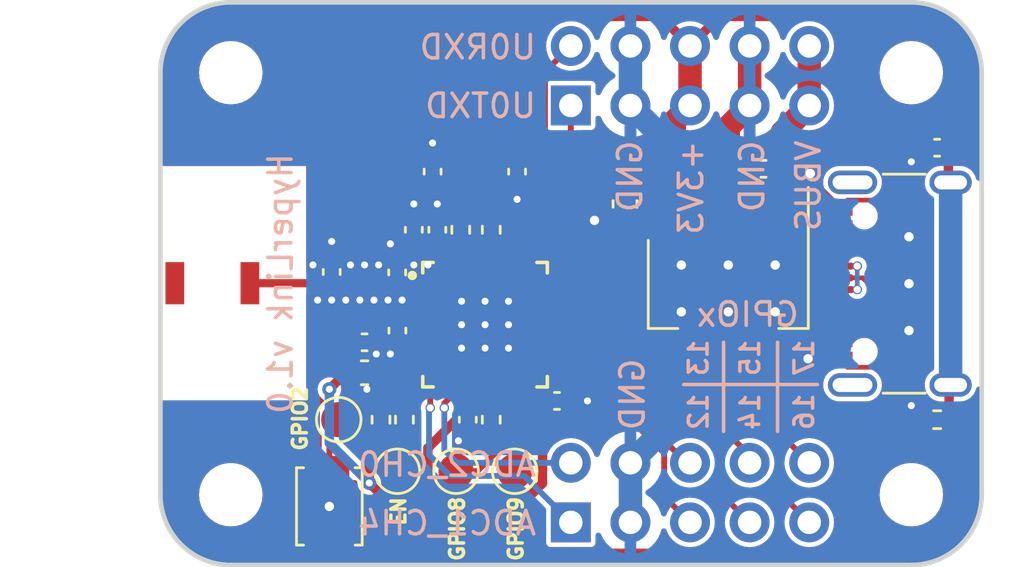
<source format=kicad_pcb>
(kicad_pcb (version 20221018) (generator pcbnew)
  (layers (0 "F.Cu" signal) (31 "B.Cu" signal) (34 "B.Paste" user) (35 "F.Paste" user) (36 "B.SilkS" user "B.Silkscreen") (37 "F.SilkS" user "F.Silkscreen") (38 "B.Mask" user) (39 "F.Mask" user) (44 "Edge.Cuts" user))
  (net 0 "")
  (net 1 "+3V3")
  (net 6 "VBUS")
  (net 7 "GND")
  (net 13 "/USB_D-")
  (net 14 "/USB_D+")
  (net 16 "/GPIO9")
  (net 17 "/GPIO2")
  (net 19 "/EN")
  (net 20 "/RF")
  (net 21 "/ANT")
  (net 22 "/SHIELD")
  (net 23 "/GPIO8")
  (net 24 "/XTAL_P")
  (net 25 "/XTAL_N")
  (net 26 "/XTAL_P_RES")
  (net 27 "/VDD3P3")
  (net 28 "/U0RXD")
  (net 29 "/U0TXD")
  (net 30 "/GPIO12")
  (net 31 "/GPIO13")
  (net 32 "/GPIO14")
  (net 33 "/GPIO15")
  (net 34 "/GPIO16")
  (net 35 "/GPIO17")
  (net 36 "/ADC1_CH4")
  (net 37 "/ADC2_CH0")
  (net 38 "/U0TXD_RES")
  (footprint "TestPoint:TestPoint_Pad_D1.5mm" (layer "F.Cu") (at 126.6 87.8)
    (fp_text reference "TP4" hide)
    (fp_text value "GPIO2" hide)
    (pad "1" smd circle (at 0 0) (size 1.5 1.5) (layers "F.Cu" "F.Mask") (net 17 "/GPIO2"))
  )
  (footprint "MountingHole:MountingHole_2.2mm_M2" (layer "F.Cu") (at 122 73)
    (fp_text reference "H3" hide)
    (fp_text value "MountingHole" hide)
    (pad "" np_thru_hole circle locked (at 0 0) (size 2.2 2.2) (drill 2.2) (layers "*.Cu" "*.Mask"))
  )
  (footprint "Resistor_SMD:R_0402_1005Metric" (layer "F.Cu") (at 129.4 87.8 90)
    (fp_text reference "R4" hide)
    (fp_text value "10k" hide)
    (pad "1" smd roundrect (at -0.51 0 90) (size 0.54 0.64) (layers "F.Cu" "F.Paste" "F.Mask") (net 1 "+3V3"))
    (pad "2" smd roundrect (at 0.51 0 90) (size 0.54 0.64) (layers "F.Cu" "F.Paste" "F.Mask") (net 19 "/EN"))
  )
  (footprint "Capacitor_SMD:C_0402_1005Metric" (layer "F.Cu") (at 135.9 87)
    (fp_text reference "C2" hide)
    (fp_text value "100n" hide)
    (pad "1" smd roundrect (at -0.48 0) (size 0.56 0.62) (layers "F.Cu" "F.Paste" "F.Mask") (net 1 "+3V3"))
    (pad "2" smd roundrect (at 0.48 0) (size 0.56 0.62) (layers "F.Cu" "F.Paste" "F.Mask") (net 7 "GND"))
  )
  (footprint "MountingHole:MountingHole_2.2mm_M2" (layer "F.Cu") (at 151 73)
    (fp_text reference "H2" hide)
    (fp_text value "MountingHole" hide)
    (pad "" np_thru_hole circle locked (at 0 0) (size 2.2 2.2) (drill 2.2) (layers "*.Cu" "*.Mask"))
  )
  (footprint "Capacitor_SMD:C_0402_1005Metric" (layer "F.Cu") (at 130.6 77.22 90)
    (fp_text reference "C5" hide)
    (fp_text value "12pF" hide)
    (pad "1" smd roundrect (at -0.48 0 90) (size 0.56 0.62) (layers "F.Cu" "F.Paste" "F.Mask") (net 24 "/XTAL_P"))
    (pad "2" smd roundrect (at 0.48 0 90) (size 0.56 0.62) (layers "F.Cu" "F.Paste" "F.Mask") (net 7 "GND"))
  )
  (footprint "TestPoint:TestPoint_Pad_D1.5mm" (layer "F.Cu") (at 134.1 90)
    (fp_text reference "TP2" hide)
    (fp_text value "GPIO9" hide)
    (pad "1" smd circle (at 0 0) (size 1.5 1.5) (layers "F.Cu" "F.Mask") (net 16 "/GPIO9"))
  )
  (footprint "Capacitor_SMD:C_0603_1608Metric" (layer "F.Cu") (at 127.7 85.8)
    (fp_text reference "C18" hide)
    (fp_text value "10u" hide)
    (pad "1" smd roundrect (at -0.775 0) (size 0.9 0.95) (layers "F.Cu" "F.Paste" "F.Mask") (net 1 "+3V3"))
    (pad "2" smd roundrect (at 0.775 0) (size 0.9 0.95) (layers "F.Cu" "F.Paste" "F.Mask") (net 7 "GND"))
  )
  (footprint "Capacitor_SMD:C_0402_1005Metric" (layer "F.Cu") (at 126.3 81.5 90)
    (fp_text reference "C14" hide)
    (fp_text value "C" hide)
    (pad "1" smd roundrect (at -0.48 0 90) (size 0.56 0.62) (layers "F.Cu" "F.Paste" "F.Mask") (net 20 "/RF"))
    (pad "2" smd roundrect (at 0.48 0 90) (size 0.56 0.62) (layers "F.Cu" "F.Paste" "F.Mask") (net 7 "GND"))
  )
  (footprint "Capacitor_SMD:C_0402_1005Metric" (layer "F.Cu") (at 130.8 79.7 90)
    (fp_text reference "C4" hide)
    (fp_text value "1u" hide)
    (pad "1" smd roundrect (at -0.48 0 90) (size 0.56 0.62) (layers "F.Cu" "F.Paste" "F.Mask") (net 1 "+3V3"))
    (pad "2" smd roundrect (at 0.48 0 90) (size 0.56 0.62) (layers "F.Cu" "F.Paste" "F.Mask") (net 7 "GND"))
  )
  (footprint "Capacitor_SMD:C_0402_1005Metric" (layer "F.Cu") (at 129.09 81.52 90)
    (fp_text reference "C1" hide)
    (fp_text value "C" hide)
    (pad "1" smd roundrect (at -0.48 0 90) (size 0.56 0.62) (layers "F.Cu" "F.Paste" "F.Mask") (net 21 "/ANT"))
    (pad "2" smd roundrect (at 0.48 0 90) (size 0.56 0.62) (layers "F.Cu" "F.Paste" "F.Mask") (net 7 "GND"))
  )
  (footprint "Inductor_SMD:L_0402_1005Metric" (layer "F.Cu") (at 127.7 81.95)
    (fp_text reference "L1" hide)
    (fp_text value "L" hide)
    (pad "1" smd roundrect (at -0.485 0) (size 0.59 0.64) (layers "F.Cu" "F.Paste" "F.Mask") (net 20 "/RF"))
    (pad "2" smd roundrect (at 0.485 0) (size 0.59 0.64) (layers "F.Cu" "F.Paste" "F.Mask") (net 21 "/ANT"))
  )
  (footprint "Capacitor_SMD:C_0402_1005Metric" (layer "F.Cu") (at 134.2 77.22 -90)
    (fp_text reference "C6" hide)
    (fp_text value "12pF" hide)
    (pad "1" smd roundrect (at -0.48 0 270) (size 0.56 0.62) (layers "F.Cu" "F.Paste" "F.Mask") (net 25 "/XTAL_N"))
    (pad "2" smd roundrect (at 0.48 0 270) (size 0.56 0.62) (layers "F.Cu" "F.Paste" "F.Mask") (net 7 "GND"))
  )
  (footprint "Inductor_SMD:L_0402_1005Metric" (layer "F.Cu") (at 127.7 83.5)
    (fp_text reference "L2" hide)
    (fp_text value "2n" hide)
    (pad "1" smd roundrect (at -0.485 0) (size 0.59 0.64) (layers "F.Cu" "F.Paste" "F.Mask") (net 1 "+3V3"))
    (pad "2" smd roundrect (at 0.485 0) (size 0.59 0.64) (layers "F.Cu" "F.Paste" "F.Mask") (net 27 "/VDD3P3"))
  )
  (footprint "TestPoint:TestPoint_Pad_D1.5mm" (layer "F.Cu") (at 131.6 90)
    (fp_text reference "TP3" hide)
    (fp_text value "GPIO8" hide)
    (pad "1" smd circle (at 0 0) (size 1.5 1.5) (layers "F.Cu" "F.Mask") (net 23 "/GPIO8"))
  )
  (footprint "Connector_USB:USB_C_Receptacle_GCT_USB4105-xx-A_16P_TopMnt_Horizontal" (layer "F.Cu") (at 151.6 82 90)
    (fp_text reference "J1" hide)
    (fp_text value "USB_C_Receptacle_USB2.0" hide)
    (pad "" np_thru_hole circle locked (at -2.89 -2.605 90) (size 0.65 0.65) (drill 0.65) (layers "F&B.Cu" "*.Mask"))
    (pad "" np_thru_hole circle locked (at 2.89 -2.605 90) (size 0.65 0.65) (drill 0.65) (layers "F&B.Cu" "*.Mask"))
    (pad "A1" smd rect locked (at -3.2 -3.68 90) (size 0.6 1.15) (layers "F.Cu" "F.Paste" "F.Mask") (net 7 "GND"))
    (pad "A4" smd rect locked (at -2.4 -3.68 90) (size 0.6 1.15) (layers "F.Cu" "F.Paste" "F.Mask") (net 6 "VBUS"))
    (pad "A5" smd rect locked (at -1.25 -3.68 90) (size 0.3 1.15) (layers "F.Cu" "F.Paste" "F.Mask"))
    (pad "A6" smd rect locked (at -0.25 -3.68 90) (size 0.3 1.15) (layers "F.Cu" "F.Paste" "F.Mask") (net 13 "/USB_D-"))
    (pad "A7" smd rect locked (at 0.25 -3.68 90) (size 0.3 1.15) (layers "F.Cu" "F.Paste" "F.Mask") (net 14 "/USB_D+"))
    (pad "A8" smd rect locked (at 1.25 -3.68 90) (size 0.3 1.15) (layers "F.Cu" "F.Paste" "F.Mask"))
    (pad "A9" smd rect locked (at 2.4 -3.68 90) (size 0.6 1.15) (layers "F.Cu" "F.Paste" "F.Mask") (net 6 "VBUS"))
    (pad "A12" smd rect locked (at 3.2 -3.68 90) (size 0.6 1.15) (layers "F.Cu" "F.Paste" "F.Mask") (net 7 "GND"))
    (pad "B1" smd rect locked (at 3.2 -3.68 90) (size 0.6 1.15) (layers "F.Cu" "F.Paste" "F.Mask") (net 7 "GND"))
    (pad "B4" smd rect locked (at 2.4 -3.68 90) (size 0.6 1.15) (layers "F.Cu" "F.Paste" "F.Mask") (net 6 "VBUS"))
    (pad "B5" smd rect locked (at 1.75 -3.68 90) (size 0.3 1.15) (layers "F.Cu" "F.Paste" "F.Mask"))
    (pad "B6" smd rect locked (at 0.75 -3.68 90) (size 0.3 1.15) (layers "F.Cu" "F.Paste" "F.Mask") (net 13 "/USB_D-"))
    (pad "B7" smd rect locked (at -0.75 -3.68 90) (size 0.3 1.15) (layers "F.Cu" "F.Paste" "F.Mask") (net 14 "/USB_D+"))
    (pad "B8" smd rect locked (at -1.75 -3.68 90) (size 0.3 1.15) (layers "F.Cu" "F.Paste" "F.Mask"))
    (pad "B9" smd rect locked (at -2.4 -3.68 90) (size 0.6 1.15) (layers "F.Cu" "F.Paste" "F.Mask") (net 6 "VBUS"))
    (pad "B12" smd rect locked (at -3.2 -3.68 90) (size 0.6 1.15) (layers "F.Cu" "F.Paste" "F.Mask") (net 7 "GND"))
    (pad "S1" thru_hole oval locked (at -4.32 -3.105 90) (size 1 2.1) (drill oval 0.6 1.7) (layers "*.Cu" "*.Mask" "F.Paste") (net 22 "/SHIELD"))
    (pad "S1" thru_hole oval locked (at -4.32 1.075 90) (size 1 1.8) (drill oval 0.6 1.4) (layers "*.Cu" "*.Mask" "F.Paste") (net 22 "/SHIELD"))
    (pad "S1" thru_hole oval locked (at 4.32 -3.105 90) (size 1 2.1) (drill oval 0.6 1.7) (layers "*.Cu" "*.Mask" "F.Paste") (net 22 "/SHIELD"))
    (pad "S1" thru_hole oval locked (at 4.32 1.075 90) (size 1 1.8) (drill oval 0.6 1.4) (layers "*.Cu" "*.Mask" "F.Paste") (net 22 "/SHIELD"))
  )
  (footprint "Capacitor_SMD:C_0402_1005Metric" (layer "F.Cu") (at 129.1 84 -90)
    (fp_text reference "C15" hide)
    (fp_text value "100n" hide)
    (pad "1" smd roundrect (at -0.48 0 270) (size 0.56 0.62) (layers "F.Cu" "F.Paste" "F.Mask") (net 27 "/VDD3P3"))
    (pad "2" smd roundrect (at 0.48 0 270) (size 0.56 0.62) (layers "F.Cu" "F.Paste" "F.Mask") (net 7 "GND"))
  )
  (footprint "Capacitor_SMD:C_0402_1005Metric" (layer "F.Cu") (at 152.1 76.2 180)
    (fp_text reference "C11" hide)
    (fp_text value "C" hide)
    (pad "1" smd roundrect (at -0.48 0 180) (size 0.56 0.62) (layers "F.Cu" "F.Paste" "F.Mask") (net 22 "/SHIELD"))
    (pad "2" smd roundrect (at 0.48 0 180) (size 0.56 0.62) (layers "F.Cu" "F.Paste" "F.Mask") (net 7 "GND"))
  )
  (footprint "MountingHole:MountingHole_2.2mm_M2" (layer "F.Cu") (at 151 91)
    (fp_text reference "H1" hide)
    (fp_text value "MountingHole" hide)
    (pad "" np_thru_hole circle locked (at 0 0) (size 2.2 2.2) (drill 2.2) (layers "*.Cu" "*.Mask"))
  )
  (footprint "Connector_PinHeader_2.54mm:PinHeader_2x05_P2.54mm_Vertical" (layer "F.Cu") (at 136.49 92.18 90)
    (fp_text reference "J2" hide)
    (fp_text value "Conn_02x05_Odd_Even" hide)
    (pad "1" thru_hole rect locked (at 0 0 90) (size 1.7 1.7) (drill 1) (layers "*.Cu" "*.Mask") (net 36 "/ADC1_CH4"))
    (pad "2" thru_hole oval locked (at 2.54 0 90) (size 1.7 1.7) (drill 1) (layers "*.Cu" "*.Mask") (net 37 "/ADC2_CH0"))
    (pad "3" thru_hole oval locked (at 0 2.54 90) (size 1.7 1.7) (drill 1) (layers "*.Cu" "*.Mask") (net 7 "GND"))
    (pad "4" thru_hole oval locked (at 2.54 2.54 90) (size 1.7 1.7) (drill 1) (layers "*.Cu" "*.Mask") (net 7 "GND"))
    (pad "5" thru_hole oval locked (at 0 5.08 90) (size 1.7 1.7) (drill 1) (layers "*.Cu" "*.Mask") (net 30 "/GPIO12"))
    (pad "6" thru_hole oval locked (at 2.54 5.08 90) (size 1.7 1.7) (drill 1) (layers "*.Cu" "*.Mask") (net 31 "/GPIO13"))
    (pad "7" thru_hole oval locked (at 0 7.62 90) (size 1.7 1.7) (drill 1) (layers "*.Cu" "*.Mask") (net 32 "/GPIO14"))
    (pad "8" thru_hole oval locked (at 2.54 7.62 90) (size 1.7 1.7) (drill 1) (layers "*.Cu" "*.Mask") (net 33 "/GPIO15"))
    (pad "9" thru_hole oval locked (at 0 10.16 90) (size 1.7 1.7) (drill 1) (layers "*.Cu" "*.Mask") (net 34 "/GPIO16"))
    (pad "10" thru_hole oval locked (at 2.54 10.16 90) (size 1.7 1.7) (drill 1) (layers "*.Cu" "*.Mask") (net 35 "/GPIO17"))
  )
  (footprint "Connector_PinHeader_2.54mm:PinHeader_2x05_P2.54mm_Vertical" (layer "F.Cu") (at 136.49 74.4 90)
    (fp_text reference "J3" hide)
    (fp_text value "Conn_02x05_Odd_Even" hide)
    (pad "1" thru_hole rect locked (at 0 0 90) (size 1.7 1.7) (drill 1) (layers "*.Cu" "*.Mask") (net 28 "/U0RXD"))
    (pad "2" thru_hole oval locked (at 2.54 0 90) (size 1.7 1.7) (drill 1) (layers "*.Cu" "*.Mask") (net 29 "/U0TXD"))
    (pad "3" thru_hole oval locked (at 0 2.54 90) (size 1.7 1.7) (drill 1) (layers "*.Cu" "*.Mask") (net 7 "GND"))
    (pad "4" thru_hole oval locked (at 2.54 2.54 90) (size 1.7 1.7) (drill 1) (layers "*.Cu" "*.Mask") (net 7 "GND"))
    (pad "5" thru_hole oval locked (at 0 5.08 90) (size 1.7 1.7) (drill 1) (layers "*.Cu" "*.Mask") (net 1 "+3V3"))
    (pad "6" thru_hole oval locked (at 2.54 5.08 90) (size 1.7 1.7) (drill 1) (layers "*.Cu" "*.Mask") (net 1 "+3V3"))
    (pad "7" thru_hole oval locked (at 0 7.62 90) (size 1.7 1.7) (drill 1) (layers "*.Cu" "*.Mask") (net 7 "GND"))
    (pad "8" thru_hole oval locked (at 2.54 7.62 90) (size 1.7 1.7) (drill 1) (layers "*.Cu" "*.Mask") (net 7 "GND"))
    (pad "9" thru_hole oval locked (at 0 10.16 90) (size 1.7 1.7) (drill 1) (layers "*.Cu" "*.Mask") (net 6 "VBUS"))
    (pad "10" thru_hole oval locked (at 2.54 10.16 90) (size 1.7 1.7) (drill 1) (layers "*.Cu" "*.Mask") (net 6 "VBUS"))
  )
  (footprint "Capacitor_SMD:C_0402_1005Metric" (layer "F.Cu") (at 129.8 79.7 90)
    (fp_text reference "C3" hide)
    (fp_text value "10n" hide)
    (pad "1" smd roundrect (at -0.48 0 90) (size 0.56 0.62) (layers "F.Cu" "F.Paste" "F.Mask") (net 1 "+3V3"))
    (pad "2" smd roundrect (at 0.48 0 90) (size 0.56 0.62) (layers "F.Cu" "F.Paste" "F.Mask") (net 7 "GND"))
  )
  (footprint "Resistor_SMD:R_0402_1005Metric" (layer "F.Cu") (at 133.1 87.8 90)
    (fp_text reference "R2" hide)
    (fp_text value "10k" hide)
    (pad "1" smd roundrect (at -0.51 0 90) (size 0.54 0.64) (layers "F.Cu" "F.Paste" "F.Mask") (net 1 "+3V3"))
    (pad "2" smd roundrect (at 0.51 0 90) (size 0.54 0.64) (layers "F.Cu" "F.Paste" "F.Mask") (net 23 "/GPIO8"))
  )
  (footprint "Capacitor_SMD:C_0402_1005Metric" (layer "F.Cu") (at 144.7 77.1 180)
    (fp_text reference "C12" hide)
    (fp_text value "100n" hide)
    (pad "1" smd roundrect (at -0.48 0 180) (size 0.56 0.62) (layers "F.Cu" "F.Paste" "F.Mask") (net 6 "VBUS"))
    (pad "2" smd roundrect (at 0.48 0 180) (size 0.56 0.62) (layers "F.Cu" "F.Paste" "F.Mask") (net 7 "GND"))
  )
  (footprint "Resistor_SMD:R_0402_1005Metric" (layer "F.Cu") (at 128.4 87.8 90)
    (fp_text reference "R3" hide)
    (fp_text value "10k" hide)
    (pad "1" smd roundrect (at -0.51 0 90) (size 0.54 0.64) (layers "F.Cu" "F.Paste" "F.Mask") (net 1 "+3V3"))
    (pad "2" smd roundrect (at 0.51 0 90) (size 0.54 0.64) (layers "F.Cu" "F.Paste" "F.Mask") (net 17 "/GPIO2"))
  )
  (footprint "Resistor_SMD:R_0402_1005Metric" (layer "F.Cu") (at 131.8 79.7 -90)
    (fp_text reference "R6" hide)
    (fp_text value "0R" hide)
    (pad "1" smd roundrect (at -0.51 0 270) (size 0.54 0.64) (layers "F.Cu" "F.Paste" "F.Mask") (net 24 "/XTAL_P"))
    (pad "2" smd roundrect (at 0.51 0 270) (size 0.54 0.64) (layers "F.Cu" "F.Paste" "F.Mask") (net 26 "/XTAL_P_RES"))
  )
  (footprint "encyclopedia_galactica:ABM11W-30.0000MHZ-7-D1X-T3" (layer "F.Cu") (at 132.400001 77.4 180)
    (fp_text reference "Y1" hide)
    (fp_text value "ABM11W-40.0000MHZ-8-B1U-T3" hide)
    (pad "1" smd rect (at -0.637 -0.487 270) (size 0.775 0.875) (layers "F.Cu" "F.Paste" "F.Mask") (net 7 "GND"))
    (pad "2" smd rect (at 0.637 -0.487 270) (size 0.775 0.875) (layers "F.Cu" "F.Paste" "F.Mask") (net 24 "/XTAL_P"))
    (pad "3" smd rect (at -0.637 0.487 270) (size 0.775 0.875) (layers "F.Cu" "F.Paste" "F.Mask") (net 25 "/XTAL_N"))
    (pad "4" smd rect (at 0.637 0.487 270) (size 0.775 0.875) (layers "F.Cu" "F.Paste" "F.Mask") (net 7 "GND"))
  )
  (footprint "Package_TO_SOT_SMD:SOT-223-3_TabPin2" (layer "F.Cu") (at 143.2 82 -90)
    (fp_text reference "U2" hide)
    (fp_text value "LM2937xMP" hide)
    (pad "1" smd rect locked (at -3.15 -2.3 270) (size 2 1.5) (layers "F.Cu" "F.Paste" "F.Mask") (net 6 "VBUS"))
    (pad "2" smd rect locked (at -3.15 0 270) (size 2 1.5) (layers "F.Cu" "F.Paste" "F.Mask") (net 7 "GND"))
    (pad "2" smd rect locked (at 3.15 0 270) (size 2 3.8) (layers "F.Cu" "F.Paste" "F.Mask") (net 7 "GND"))
    (pad "3" smd rect locked (at -3.15 2.3 270) (size 2 1.5) (layers "F.Cu" "F.Paste" "F.Mask") (net 1 "+3V3"))
  )
  (footprint "Capacitor_SMD:C_0402_1005Metric" (layer "F.Cu") (at 132.1 87.8 -90)
    (fp_text reference "C17" hide)
    (fp_text value "100n" hide)
    (pad "1" smd roundrect (at -0.48 0 270) (size 0.56 0.62) (layers "F.Cu" "F.Paste" "F.Mask") (net 1 "+3V3"))
    (pad "2" smd roundrect (at 0.48 0 270) (size 0.56 0.62) (layers "F.Cu" "F.Paste" "F.Mask") (net 7 "GND"))
  )
  (footprint "MountingHole:MountingHole_2.2mm_M2" (layer "F.Cu") (at 122 91)
    (fp_text reference "H4" hide)
    (fp_text value "MountingHole" hide)
    (pad "" np_thru_hole circle locked (at 0 0) (size 2.2 2.2) (drill 2.2) (layers "*.Cu" "*.Mask"))
  )
  (footprint "encyclopedia_galactica:QFN32_5X5_EXP" (layer "F.Cu") (at 132.834851 83.7487)
    (fp_text reference "U1" hide)
    (fp_text value "ESP32-C3" hide)
    (pad "1" smd rect locked (at -2.4487 -1.749999 90) (size 0.2548 0.757199) (layers "F.Cu" "F.Paste" "F.Mask") (net 21 "/ANT"))
    (pad "2" smd rect locked (at -2.4487 -1.25 90) (size 0.2548 0.757199) (layers "F.Cu" "F.Paste" "F.Mask") (net 27 "/VDD3P3"))
    (pad "3" smd rect locked (at -2.4487 -0.750001 90) (size 0.2548 0.757199) (layers "F.Cu" "F.Paste" "F.Mask") (net 27 "/VDD3P3"))
    (pad "4" smd rect locked (at -2.4487 -0.25 90) (size 0.2548 0.757199) (layers "F.Cu" "F.Paste" "F.Mask"))
    (pad "5" smd rect locked (at -2.4487 0.25 90) (size 0.2548 0.757199) (layers "F.Cu" "F.Paste" "F.Mask"))
    (pad "6" smd rect locked (at -2.4487 0.750001 90) (size 0.2548 0.757199) (layers "F.Cu" "F.Paste" "F.Mask") (net 17 "/GPIO2"))
    (pad "7" smd rect locked (at -2.4487 1.25 90) (size 0.2548 0.757199) (layers "F.Cu" "F.Paste" "F.Mask") (net 19 "/EN"))
    (pad "8" smd rect locked (at -2.4487 1.749999 90) (size 0.2548 0.757199) (layers "F.Cu" "F.Paste" "F.Mask"))
    (pad "9" smd rect locked (at -1.749999 2.4487) (size 0.2548 0.757199) (layers "F.Cu" "F.Paste" "F.Mask") (net 36 "/ADC1_CH4"))
    (pad "10" smd rect locked (at -1.25 2.4487) (size 0.2548 0.757199) (layers "F.Cu" "F.Paste" "F.Mask") (net 37 "/ADC2_CH0"))
    (pad "11" smd rect locked (at -0.750001 2.4487) (size 0.2548 0.757199) (layers "F.Cu" "F.Paste" "F.Mask") (net 1 "+3V3"))
    (pad "12" smd rect locked (at -0.25 2.4487) (size 0.2548 0.757199) (layers "F.Cu" "F.Paste" "F.Mask"))
    (pad "13" smd rect locked (at 0.25 2.4487) (size 0.2548 0.757199) (layers "F.Cu" "F.Paste" "F.Mask"))
    (pad "14" smd rect locked (at 0.750001 2.4487) (size 0.2548 0.757199) (layers "F.Cu" "F.Paste" "F.Mask") (net 23 "/GPIO8"))
    (pad "15" smd rect locked (at 1.25 2.4487) (size 0.2548 0.757199) (layers "F.Cu" "F.Paste" "F.Mask") (net 16 "/GPIO9"))
    (pad "16" smd rect locked (at 1.749999 2.4487) (size 0.2548 0.757199) (layers "F.Cu" "F.Paste" "F.Mask"))
    (pad "17" smd rect locked (at 2.4487 1.749999 90) (size 0.2548 0.757199) (layers "F.Cu" "F.Paste" "F.Mask") (net 1 "+3V3"))
    (pad "18" smd rect locked (at 2.4487 1.25 90) (size 0.2548 0.757199) (layers "F.Cu" "F.Paste" "F.Mask"))
    (pad "19" smd rect locked (at 2.4487 0.750001 90) (size 0.2548 0.757199) (layers "F.Cu" "F.Paste" "F.Mask") (net 30 "/GPIO12"))
    (pad "20" smd rect locked (at 2.4487 0.25 90) (size 0.2548 0.757199) (layers "F.Cu" "F.Paste" "F.Mask") (net 31 "/GPIO13"))
    (pad "21" smd rect locked (at 2.4487 -0.25 90) (size 0.2548 0.757199) (layers "F.Cu" "F.Paste" "F.Mask") (net 32 "/GPIO14"))
    (pad "22" smd rect locked (at 2.4487 -0.750001 90) (size 0.2548 0.757199) (layers "F.Cu" "F.Paste" "F.Mask") (net 33 "/GPIO15"))
    (pad "23" smd rect locked (at 2.4487 -1.25 90) (size 0.2548 0.757199) (layers "F.Cu" "F.Paste" "F.Mask") (net 34 "/GPIO16"))
    (pad "24" smd rect locked (at 2.4487 -1.749999 90) (size 0.2548 0.757199) (layers "F.Cu" "F.Paste" "F.Mask") (net 35 "/GPIO17"))
    (pad "25" smd rect locked (at 1.749999 -2.4487) (size 0.2548 0.757199) (layers "F.Cu" "F.Paste" "F.Mask") (net 13 "/USB_D-"))
    (pad "26" smd rect locked (at 1.25 -2.4487) (size 0.2548 0.757199) (layers "F.Cu" "F.Paste" "F.Mask") (net 14 "/USB_D+"))
    (pad "27" smd rect locked (at 0.750001 -2.4487) (size 0.2548 0.757199) (layers "F.Cu" "F.Paste" "F.Mask") (net 28 "/U0RXD"))
    (pad "28" smd rect locked (at 0.25 -2.4487) (size 0.2548 0.757199) (layers "F.Cu" "F.Paste" "F.Mask") (net 38 "/U0TXD_RES"))
    (pad "29" smd rect locked (at -0.25 -2.4487) (size 0.2548 0.757199) (layers "F.Cu" "F.Paste" "F.Mask") (net 25 "/XTAL_N"))
    (pad "30" smd rect locked (at -0.750001 -2.4487) (size 0.2548 0.757199) (layers "F.Cu" "F.Paste" "F.Mask") (net 26 "/XTAL_P_RES"))
    (pad "31" smd rect locked (at -1.25 -2.4487) (size 0.2548 0.757199) (layers "F.Cu" "F.Paste" "F.Mask") (net 1 "+3V3"))
    (pad "32" smd rect locked (at -1.749999 -2.4487) (size 0.2548 0.757199) (layers "F.Cu" "F.Paste" "F.Mask") (net 1 "+3V3"))
    (pad "33" smd rect locked (at 0 0) (size 3.7592 3.7592) (layers "F.Cu" "F.Mask") (net 7 "GND"))
  )
  (footprint "Capacitor_SMD:C_0402_1005Metric" (layer "F.Cu") (at 127.7 84.5)
    (fp_text reference "C16" hide)
    (fp_text value "100n" hide)
    (pad "1" smd roundrect (at -0.48 0) (size 0.56 0.62) (layers "F.Cu" "F.Paste" "F.Mask") (net 1 "+3V3"))
    (pad "2" smd roundrect (at 0.48 0) (size 0.56 0.62) (layers "F.Cu" "F.Paste" "F.Mask") (net 7 "GND"))
  )
  (footprint "TestPoint:TestPoint_Pad_D1.5mm" (layer "F.Cu") (at 129.1 90)
    (fp_text reference "TP1" hide)
    (fp_text value "EN" hide)
    (pad "1" smd circle (at 0 0) (size 1.5 1.5) (layers "F.Cu" "F.Mask") (net 19 "/EN"))
  )
  (footprint "Capacitor_SMD:C_0603_1608Metric" (layer "F.Cu") (at 138.8 78.6 -90)
    (fp_text reference "C13" hide)
    (fp_text value "10u" hide)
    (pad "1" smd roundrect (at -0.775 0 270) (size 0.9 0.95) (layers "F.Cu" "F.Paste" "F.Mask") (net 1 "+3V3"))
    (pad "2" smd roundrect (at 0.775 0 270) (size 0.9 0.95) (layers "F.Cu" "F.Paste" "F.Mask") (net 7 "GND"))
  )
  (footprint "Button_Switch_SMD:SW_SPST_B3U-1000P" (layer "F.Cu") (at 126.2 91.5 90)
    (fp_text reference "SW1" hide)
    (fp_text value "SW_Push" hide)
    (pad "1" smd rect (at -1.7 0 90) (size 0.9 1.7) (layers "F.Cu" "F.Paste" "F.Mask") (net 7 "GND"))
    (pad "2" smd rect (at 1.7 0 90) (size 0.9 1.7) (layers "F.Cu" "F.Paste" "F.Mask") (net 17 "/GPIO2"))
  )
  (footprint "Resistor_SMD:R_0402_1005Metric" (layer "F.Cu") (at 152.1 87.8 180)
    (fp_text reference "R1" hide)
    (fp_text value "R" hide)
    (pad "1" smd roundrect (at -0.51 0 180) (size 0.54 0.64) (layers "F.Cu" "F.Paste" "F.Mask") (net 22 "/SHIELD"))
    (pad "2" smd roundrect (at 0.51 0 180) (size 0.54 0.64) (layers "F.Cu" "F.Paste" "F.Mask") (net 7 "GND"))
  )
  (footprint "encyclopedia_galactica:2108838-1" (layer "F.Cu") (at 118.715 81.98)
    (fp_text reference "AE1" hide)
    (fp_text value "2108838-1" hide)
    (pad "1" smd rect locked (at 4.1 0) (size 0.8 1.8) (layers "F.Cu" "F.Paste" "F.Mask") (net 20 "/RF"))
    (pad "2" smd rect locked (at 0.9 0) (size 0.8 1.8) (layers "F.Cu" "F.Paste" "F.Mask"))
    (zone (net 0) (net_name "") (layers "*.Cu") (connect_pads (clearance 0)) (min_thickness 0.25)
      (keepout (tracks allowed) (vias not_allowed) (pads allowed) (copperpour not_allowed) (footprints not_allowed))
      (fill (thermal_gap 0.5) (thermal_bridge_width 0.5))
      (polygon (pts (xy 112.215 76.98) (xy 112.215 86.98) (xy 125.215 86.98) (xy 125.215 76.98)))
    )
  )
  (footprint "Resistor_SMD:R_0402_1005Metric" (layer "F.Cu") (at 133.1 79.7 -90)
    (fp_text reference "R5" hide)
    (fp_text value "500R" hide)
    (pad "1" smd roundrect (at -0.51 0 270) (size 0.54 0.64) (layers "F.Cu" "F.Paste" "F.Mask") (net 29 "/U0TXD"))
    (pad "2" smd roundrect (at 0.51 0 270) (size 0.54 0.64) (layers "F.Cu" "F.Paste" "F.Mask") (net 38 "/U0TXD_RES"))
  )
  (gr_line (start 143 84.5) (end 143 88.3) (stroke (width 0.15)) (layer "B.SilkS"))
  (gr_line (start 145.3 84.5) (end 145.3 88.3) (stroke (width 0.15)) (layer "B.SilkS"))
  (gr_line (start 141.3 86.3) (end 147 86.3) (stroke (width 0.15)) (layer "B.SilkS"))
  (gr_line locked (start 122.000001 94) (end 151 94) (stroke (width 0.2)) (layer "Edge.Cuts"))
  (gr_arc locked (start 154.000002 91.000001) (mid 153.121322 93.121321) (end 151.000002 94.000001) (stroke (width 0.2)) (layer "Edge.Cuts"))
  (gr_line locked (start 119.000001 72.999999) (end 119 91) (stroke (width 0.2)) (layer "Edge.Cuts"))
  (gr_arc locked (start 151.000002 69.999999) (mid 153.121321 70.878679) (end 154.000002 72.999999) (stroke (width 0.2)) (layer "Edge.Cuts"))
  (gr_arc locked (start 122 94.000001) (mid 119.878673 93.121322) (end 119 91.000001) (stroke (width 0.2)) (layer "Edge.Cuts"))
  (gr_line locked (start 154.000003 73) (end 154.000002 91.000001) (stroke (width 0.2)) (layer "Edge.Cuts"))
  (gr_arc locked (start 119.000001 73) (mid 119.878674 70.878667) (end 122.000001 70) (stroke (width 0.2)) (layer "Edge.Cuts"))
  (gr_line locked (start 122.000001 70) (end 151 70) (stroke (width 0.2)) (layer "Edge.Cuts"))
  (gr_text "ADC1_CH4" (at 135.1 92.8) (layer "B.SilkS") (effects (font (size 1 1)) (justify left bottom mirror)))
  (gr_text "GND" (at 139.6 75.8 90) (layer "B.SilkS") (effects (font (size 1 1)) (justify left bottom mirror)))
  (gr_text "12" (at 142.4 86.6 90) (layer "B.SilkS") (effects (font (size 0.8 0.8)) (justify left bottom mirror)))
  (gr_text "GPIOx" (at 146.3 83.9) (layer "B.SilkS") (effects (font (size 1 1)) (justify left bottom mirror)))
  (gr_text "HyperLink v1.0" (at 124.7 76.35 90) (layer "B.SilkS") (effects (font (size 1 1)) (justify left bottom mirror)))
  (gr_text "17" (at 146.9 84.3 90) (layer "B.SilkS") (effects (font (size 0.8 0.8)) (justify left bottom mirror)))
  (gr_text "15" (at 144.6 84.3 90) (layer "B.SilkS") (effects (font (size 0.8 0.8)) (justify left bottom mirror)))
  (gr_text "13" (at 142.4 84.3 90) (layer "B.SilkS") (effects (font (size 0.8 0.8)) (justify left bottom mirror)))
  (gr_text "U0TXD" (at 135.1 75) (layer "B.SilkS") (effects (font (size 1 1)) (justify left bottom mirror)))
  (gr_text "16" (at 146.9 86.6 90) (layer "B.SilkS") (effects (font (size 0.8 0.8)) (justify left bottom mirror)))
  (gr_text "VBUS" (at 147.2 75.8 90) (layer "B.SilkS") (effects (font (size 1 1)) (justify left bottom mirror)))
  (gr_text "+3V3" (at 142.2 75.8 90) (layer "B.SilkS") (effects (font (size 1 1)) (justify left bottom mirror)))
  (gr_text "ADC2_CH0" (at 135.1 90.3) (layer "B.SilkS") (effects (font (size 1 1)) (justify left bottom mirror)))
  (gr_text "U0RXD" (at 135.1 72.5) (layer "B.SilkS") (effects (font (size 1 1)) (justify left bottom mirror)))
  (gr_text "GND" (at 139.7 85.1 90) (layer "B.SilkS") (effects (font (size 1 1)) (justify left bottom mirror)))
  (gr_text "14" (at 144.6 86.6 90) (layer "B.SilkS") (effects (font (size 0.8 0.8)) (justify left bottom mirror)))
  (gr_text "GND" (at 144.8 75.8 90) (layer "B.SilkS") (effects (font (size 1 1)) (justify left bottom mirror)))
  (gr_text "GPIO9" (at 134.5 93.9 90) (layer "F.SilkS") (effects (font (size 0.6 0.6)) (justify left bottom)))
  (gr_text "GPIO2" (at 125.3 89.2 90) (layer "F.SilkS") (effects (font (size 0.6 0.6)) (justify left bottom)))
  (gr_text "GPIO8" (at 132 93.9 90) (layer "F.SilkS") (effects (font (size 0.6 0.6)) (justify left bottom)))
  (gr_text "EN" (at 129.5 92.4 90) (layer "F.SilkS") (effects (font (size 0.6 0.6)) (justify left bottom)))
  (segment (start 132.11 87.32) (end 132.1 87.32) (width 0.4) (layer "F.Cu") (net 1))
  (segment (start 142.83 70.6) (end 147.325 70.6) (width 0.4) (layer "F.Cu") (net 1))
  (segment (start 139.875 77.825) (end 140.9 78.85) (width 0.4) (layer "F.Cu") (net 1))
  (segment (start 132.08485 86.1974) (end 132.08485 87.30485) (width 0.4) (layer "F.Cu") (net 1))
  (segment (start 135.283551 90.516449) (end 133.878 91.922) (width 0.4) (layer "F.Cu") (net 1))
  (segment (start 126.9 85.8) (end 126.925 85.8) (width 0.4) (layer "F.Cu") (net 1))
  (segment (start 130.4 89.009562) (end 130.4 91.2) (width 0.4) (layer "F.Cu") (net 1))
  (segment (start 130.8 80.515149) (end 130.8 80.18) (width 0.4) (layer "F.Cu") (net 1))
  (segment (start 126.2 86.5) (end 126.9 85.8) (width 0.4) (layer "F.Cu") (net 1))
  (segment (start 127.22 84.5) (end 127.22 85.505) (width 0.4) (layer "F.Cu") (net 1))
  (segment (start 132.2 70.6) (end 128.963 73.837) (width 0.4) (layer "F.Cu") (net 1))
  (segment (start 141.57 74.4) (end 141.57 71.86) (width 1) (layer "F.Cu") (net 1))
  (segment (start 141.57 71.86) (end 140.31 70.6) (width 0.4) (layer "F.Cu") (net 1))
  (segment (start 127.22 85.505) (end 126.925 85.8) (width 0.4) (layer "F.Cu") (net 1))
  (segment (start 147.325 70.6) (end 148.2 71.475) (width 0.4) (layer "F.Cu") (net 1))
  (segment (start 148.2 92.5) (end 147.2 93.5) (width 0.4) (layer "F.Cu") (net 1))
  (segment (start 135.283551 85.498699) (end 135.283551 90.516449) (width 0.4) (layer "F.Cu") (net 1))
  (segment (start 148.2 71.475) (end 148.2 75.2) (width 0.4) (layer "F.Cu") (net 1))
  (segment (start 131.084852 81.3) (end 131.1 81.3) (width 0.4) (layer "F.Cu") (net 1))
  (segment (start 127.9 90.5) (end 127.9 88.81) (width 0.4) (layer "F.Cu") (net 1))
  (segment (start 147.2 93.5) (end 135.456 93.5) (width 0.4) (layer "F.Cu") (net 1))
  (segment (start 127.9 90.5) (end 128.6 91.2) (width 0.4) (layer "F.Cu") (net 1))
  (segment (start 133.878 91.922) (end 133.156 91.2) (width 0.4) (layer "F.Cu") (net 1))
  (segment (start 140.9 75.07) (end 141.57 74.4) (width 1) (layer "F.Cu") (net 1))
  (segment (start 141.57 71.86) (end 142.83 70.6) (width 0.4) (layer "F.Cu") (net 1))
  (segment (start 151.7 78.7) (end 151.7 85.3) (width 0.4) (layer "F.Cu") (net 1))
  (segment (start 128.963 73.837) (end 128.963 79.614471) (width 0.4) (layer "F.Cu") (net 1))
  (segment (start 131.1 81.3) (end 131.342425 81.057575) (width 0.4) (layer "F.Cu") (net 1))
  (segment (start 151.7 85.3) (end 148.2 88.8) (width 0.4) (layer "F.Cu") (net 1))
  (segment (start 128.6 91.2) (end 130.4 91.2) (width 0.4) (layer "F.Cu") (net 1))
  (segment (start 131.342425 81.057575) (end 130.8 80.515149) (width 0.4) (layer "F.Cu") (net 1))
  (segment (start 133.156 91.2) (end 130.4 91.2) (width 0.4) (layer "F.Cu") (net 1))
  (segment (start 130.8 80.18) (end 129.8 80.18) (width 0.4) (layer "F.Cu") (net 1))
  (segment (start 129.4 88.31) (end 128.4 88.31) (width 0.4) (layer "F.Cu") (net 1))
  (segment (start 138.8 77.825) (end 139.875 77.825) (width 0.4) (layer "F.Cu") (net 1))
  (segment (start 127.215 84.495) (end 127.22 84.5) (width 0.4) (layer "F.Cu") (net 1))
  (segment (start 133.1 88.31) (end 132.11 87.32) (width 0.4) (layer "F.Cu") (net 1))
  (segment (start 140.9 78.85) (end 140.9 75.07) (width 1) (layer "F.Cu") (net 1))
  (segment (start 132.1 87.32) (end 132.089562 87.32) (width 0.4) (layer "F.Cu") (net 1))
  (segment (start 129.528529 80.18) (end 129.8 80.18) (width 0.4) (layer "F.Cu") (net 1))
  (segment (start 140.31 70.6) (end 132.2 70.6) (width 0.4) (layer "F.Cu") (net 1))
  (segment (start 135.456 93.5) (end 133.878 91.922) (width 0.4) (layer "F.Cu") (net 1))
  (segment (start 128.963 79.614471) (end 129.528529 80.18) (width 0.4) (layer "F.Cu") (net 1))
  (segment (start 127.9 88.81) (end 128.4 88.31) (width 0.4) (layer "F.Cu") (net 1))
  (segment (start 148.2 75.2) (end 151.7 78.7) (width 0.4) (layer "F.Cu") (net 1))
  (segment (start 148.2 88.8) (end 148.2 92.5) (width 0.4) (layer "F.Cu") (net 1))
  (segment (start 127.215 83.5) (end 127.215 84.495) (width 0.4) (layer "F.Cu") (net 1))
  (segment (start 131.584851 81.3) (end 131.342425 81.057575) (width 0.4) (layer "F.Cu") (net 1))
  (segment (start 132.089562 87.32) (end 130.4 89.009562) (width 0.4) (layer "F.Cu") (net 1))
  (segment (start 132.08485 87.30485) (end 132.1 87.32) (width 0.4) (layer "F.Cu") (net 1))
  (via (at 126.2 86.5) (size 0.6) (drill 0.3) (layers "F.Cu" "B.Cu") (net 1))
  (via (at 127.9 90.5) (size 0.6) (drill 0.3) (layers "F.Cu" "B.Cu") (net 1))
  (segment (start 127.9 90.5) (end 126.2 88.8) (width 0.4) (layer "B.Cu") (net 1))
  (segment (start 126.2 88.8) (end 126.2 86.5) (width 0.4) (layer "B.Cu") (net 1))
  (segment (start 145.5 78.85) (end 145.5 75.55) (width 1) (layer "F.Cu") (net 6))
  (segment (start 147.92 84.4) (end 148.42434 84.4) (width 0.35) (layer "F.Cu") (net 6))
  (segment (start 149.597 80.77266) (end 148.42434 79.6) (width 0.35) (layer "F.Cu") (net 6))
  (segment (start 148.42434 84.4) (end 149.597 83.22734) (width 0.35) (layer "F.Cu") (net 6))
  (segment (start 149.597 83.22734) (end 149.597 80.77266) (width 0.35) (layer "F.Cu") (net 6))
  (segment (start 147.92 79.6) (end 146.25 79.6) (width 0.4) (layer "F.Cu") (net 6))
  (segment (start 148.42434 79.6) (end 147.92 79.6) (width 0.35) (layer "F.Cu") (net 6))
  (segment (start 146.25 79.6) (end 145.5 78.85) (width 0.4) (layer "F.Cu") (net 6))
  (segment (start 146.65 71.86) (end 146.65 74.4) (width 1) (layer "F.Cu") (net 6))
  (segment (start 145.5 75.55) (end 146.65 74.4) (width 1) (layer "F.Cu") (net 6))
  (segment (start 149.334999 85.565) (end 150.9 83.999999) (width 0.2) (layer "F.Cu") (net 7))
  (segment (start 148.285 78.435) (end 149.335001 78.435) (width 0.2) (layer "F.Cu") (net 7))
  (segment (start 147.92 85.2) (end 146.6 85.2) (width 0.35) (layer "F.Cu") (net 7))
  (segment (start 130.8 79.22) (end 130.8 78.6) (width 0.4) (layer "F.Cu") (net 7))
  (segment (start 131.7 88.7) (end 132.1 88.3) (width 0.4) (layer "F.Cu") (net 7))
  (segment (start 147.92 78.8) (end 148.285 78.435) (width 0.2) (layer "F.Cu") (net 7))
  (segment (start 146.7 77.58) (end 147.92 78.8) (width 0.35) (layer "F.Cu") (net 7))
  (segment (start 128.2 84.52) (end 128.18 84.5) (width 0.4) (layer "F.Cu") (net 7))
  (segment (start 144.22 77.83) (end 143.2 78.85) (width 0.4) (layer "F.Cu") (net 7))
  (segment (start 144.11 74.4) (end 144.11 71.86) (width 1) (layer "F.Cu") (net 7))
  (segment (start 146.7 77.3) (end 146.7 77.58) (width 0.35) (layer "F.Cu") (net 7))
  (segment (start 131.590001 76.74) (end 131.763001 76.913) (width 0.2) (layer "F.Cu") (net 7))
  (segment (start 130.6 76.74) (end 131.590001 76.74) (width 0.2) (layer "F.Cu") (net 7))
  (segment (start 128.8 80.75) (end 129.09 81.04) (width 0.4) (layer "F.Cu") (net 7))
  (segment (start 143.2 76.9) (end 143.2 75.31) (width 1) (layer "F.Cu") (net 7))
  (segment (start 129.8 79.22) (end 129.8 78.6) (width 0.4) (layer "F.Cu") (net 7))
  (segment (start 147.92 85.2) (end 148.285 85.565) (width 0.2) (layer "F.Cu") (net 7))
  (segment (start 148.285 85.565) (end 149.334999 85.565) (width 0.2) (layer "F.Cu") (net 7))
  (segment (start 126.2 93.2) (end 126.2 91.5) (width 0.4) (layer "F.Cu") (net 7))
  (segment (start 128.2 85) (end 128.2 84.52) (width 0.4) (layer "F.Cu") (net 7))
  (segment (start 144.22 77.1) (end 144.22 77.83) (width 0.4) (layer "F.Cu") (net 7))
  (segment (start 133.224001 77.7) (end 133.037001 77.887) (width 0.2) (layer "F.Cu") (net 7))
  (segment (start 143.2 85.15) (end 146.55 85.15) (width 1) (layer "F.Cu") (net 7))
  (segment (start 146.55 85.15) (end 146.6 85.2) (width 1) (layer "F.Cu") (net 7))
  (segment (start 128.475 85.825) (end 128.475 85.8) (width 0.4) (layer "F.Cu") (net 7))
  (segment (start 134.2 78.4) (end 134.2 77.7) (width 0.4) (layer "F.Cu") (net 7))
  (segment (start 126.3 80.2) (end 126.3 81.02) (width 0.4) (layer "F.Cu") (net 7))
  (segment (start 151.59 87.8) (end 151.59 87.79) (width 0.4) (layer "F.Cu") (net 7))
  (segment (start 130.6 76) (end 130.6 76.7) (width 0.4) (layer "F.Cu") (net 7))
  (segment (start 137.575 79.375) (end 137.5 79.3) (width 0.4) (layer "F.Cu") (net 7))
  (segment (start 136.38 87) (end 137.2 87) (width 0.4) (layer "F.Cu") (net 7))
  (segment (start 143.2 75.31) (end 144.11 74.4) (width 1) (layer "F.Cu") (net 7))
  (segment (start 127.8 86.5) (end 128.475 85.825) (width 0.4) (layer "F.Cu") (net 7))
  (segment (start 143.2 78.85) (end 143.2 76.9) (width 1) (layer "F.Cu") (net 7))
  (segment (start 134.2 77.7) (end 133.224001 77.7) (width 0.2) (layer "F.Cu") (net 7))
  (segment (start 151.59 87.79) (end 151 87.2) (width 0.4) (layer "F.Cu") (net 7))
  (segment (start 151.6 76.2) (end 151 76.8) (width 0.4) (layer "F.Cu") (net 7))
  (segment (start 151.62 76.2) (end 151.6 76.2) (width 0.4) (layer "F.Cu") (net 7))
  (segment (start 149.335001 78.435) (end 150.9 79.999999) (width 0.2) (layer "F.Cu") (net 7))
  (segment (start 128.8 80.3) (end 128.8 80.75) (width 0.4) (layer "F.Cu") (net 7))
  (segment (start 128.799503 85) (end 128.799503 84.780497) (width 0.4) (layer "F.Cu") (net 7))
  (segment (start 128.799503 84.780497) (end 129.1 84.48) (width 0.4) (layer "F.Cu") (net 7))
  (segment (start 132.1 88.3) (end 132.1 88.28) (width 0.4) (layer "F.Cu") (net 7))
  (segment (start 138.8 79.375) (end 137.575 79.375) (width 0.4) (layer "F.Cu") (net 7))
  (via (at 130.4 81.2) (size 0.4) (drill 0.3) (layers "F.Cu" "B.Cu") (net 7))
  (via (at 128.8 80.3) (size 0.4) (drill 0.3) (layers "F.Cu" "B.Cu") (net 7))
  (via (at 126.9 82.7) (size 0.4) (drill 0.3) (layers "F.Cu" "B.Cu") (net 7))
  (via (at 129.8 81.2) (size 0.4) (drill 0.3) (layers "F.Cu" "B.Cu") (net 7))
  (via (at 143.2 81.2035) (size 0.9) (drill 0.4) (layers "F.Cu" "B.Cu") (net 7))
  (via (at 141.2 83.2) (size 0.9) (drill 0.4) (layers "F.Cu" "B.Cu") (net 7))
  (via (at 128.1 82.7) (size 0.4) (drill 0.3) (layers "F.Cu" "B.Cu") (net 7))
  (via (at 141.2 81.2035) (size 0.9) (drill 0.4) (layers "F.Cu" "B.Cu") (net 7))
  (via (at 146.7 77.3) (size 0.9) (drill 0.4) (layers "F.Cu" "B.Cu") (net 7))
  (via (at 133.834851 84.7487) (size 0.4) (drill 0.3) (layers "F.Cu" "B.Cu") (net 7))
  (via (at 134.2 78.4) (size 0.4) (drill 0.3) (layers "F.Cu" "B.Cu") (net 7))
  (via (at 132.834851 83.7487) (size 0.4) (drill 0.3) (layers "F.Cu" "B.Cu") (net 7))
  (via (at 145.2 83.2) (size 0.9) (drill 0.4) (layers "F.Cu" "B.Cu") (net 7))
  (via (at 131.834851 84.7487) (size 0.4) (drill 0.3) (layers "F.Cu" "B.Cu") (net 7))
  (via (at 127.5 82.7) (size 0.4) (drill 0.3) (layers "F.Cu" "B.Cu") (net 7))
  (via (at 131.834851 83.7487) (size 0.4) (drill 0.3) (layers "F.Cu" "B.Cu") (net 7))
  (via (at 132.834851 82.7487) (size 0.4) (drill 0.3) (layers "F.Cu" "B.Cu") (net 7))
  (via (at 130.6 76) (size 0.4) (drill 0.3) (layers "F.Cu" "B.Cu") (net 7))
  (via (at 137.2 87) (size 0.4) (drill 0.3) (layers "F.Cu" "B.Cu") (net 7))
  (via (at 126.2 91.5) (size 0.9) (drill 0.4) (layers "F.Cu" "B.Cu") (net 7))
  (via (at 128.799503 85) (size 0.4) (drill 0.3) (layers "F.Cu" "B.Cu") (net 7))
  (via (at 145.2 81.2035) (size 0.9) (drill 0.4) (layers "F.Cu" "B.Cu") (net 7))
  (via (at 133.834851 83.7487) (size 0.4) (drill 0.3) (layers "F.Cu" "B.Cu") (net 7))
  (via (at 131.834851 82.7487) (size 0.4) (drill 0.3) (layers "F.Cu" "B.Cu") (net 7))
  (via (at 127.1 81.2) (size 0.4) (drill 0.3) (layers "F.Cu" "B.Cu") (net 7))
  (via (at 128.7 82.7) (size 0.4) (drill 0.3) (layers "F.Cu" "B.Cu") (net 7))
  (via (at 143.2 83.2) (size 0.9) (drill 0.4) (layers "F.Cu" "B.Cu") (net 7))
  (via (at 150.9 83.999999) (size 0.9) (drill 0.4) (layers "F.Cu" "B.Cu") (net 7))
  (via (at 150.9 79.999999) (size 0.9) (drill 0.4) (layers "F.Cu" "B.Cu") (net 7))
  (via (at 129.8 78.6) (size 0.4) (drill 0.3) (layers "F.Cu" "B.Cu") (net 7))
  (via (at 150.9 82) (size 0.9) (drill 0.4) (layers "F.Cu" "B.Cu") (net 7))
  (via (at 132.834851 84.7487) (size 0.4) (drill 0.3) (layers "F.Cu" "B.Cu") (net 7))
  (via (at 130.8 78.6) (size 0.4) (drill 0.3) (layers "F.Cu" "B.Cu") (net 7))
  (via (at 146.6 85.2) (size 0.9) (drill 0.4) (layers "F.Cu" "B.Cu") (net 7))
  (via (at 125.7 82.7) (size 0.4) (drill 0.3) (layers "F.Cu" "B.Cu") (net 7))
  (via (at 128.2 85) (size 0.4) (drill 0.3) (layers "F.Cu" "B.Cu") (net 7))
  (via (at 129.3 82.7) (size 0.4) (drill 0.3) (layers "F.Cu" "B.Cu") (net 7))
  (via (at 137.5 79.3) (size 0.9) (drill 0.4) (layers "F.Cu" "B.Cu") (net 7))
  (via (at 126.3 80.2) (size 0.4) (drill 0.3) (layers "F.Cu" "B.Cu") (net 7))
  (via (at 133.834851 82.7487) (size 0.4) (drill 0.3) (layers "F.Cu" "B.Cu") (net 7))
  (via (at 126.3 82.7) (size 0.4) (drill 0.3) (layers "F.Cu" "B.Cu") (net 7))
  (via (at 125.5 81.2) (size 0.4) (drill 0.3) (layers "F.Cu" "B.Cu") (net 7))
  (via (at 131.7 88.7) (size 0.4) (drill 0.3) (layers "F.Cu" "B.Cu") (net 7))
  (via (at 151 76.8) (size 0.6) (drill 0.3) (layers "F.Cu" "B.Cu") (net 7))
  (via (at 127.7 81.2) (size 0.4) (drill 0.3) (layers "F.Cu" "B.Cu") (net 7))
  (via (at 128.3 81.2) (size 0.4) (drill 0.3) (layers "F.Cu" "B.Cu") (net 7))
  (via (at 127.8 86.5) (size 0.6) (drill 0.3) (layers "F.Cu" "B.Cu") (net 7))
  (via (at 151 87.2) (size 0.6) (drill 0.3) (layers "F.Cu" "B.Cu") (net 7))
  (segment (start 139.03 74.4) (end 141.93 77.3) (width 1) (layer "B.Cu") (net 7))
  (segment (start 139.03 92.18) (end 139.03 89.64) (width 1) (layer "B.Cu") (net 7))
  (segment (start 151 79.899999) (end 150.9 79.999999) (width 0.4) (layer "B.Cu") (net 7))
  (segment (start 151 87.2) (end 151 84.099999) (width 0.4) (layer "B.Cu") (net 7))
  (segment (start 139.03 74.4) (end 139.03 71.86) (width 1) (layer "B.Cu") (net 7))
  (segment (start 151 76.8) (end 151 79.899999) (width 0.4) (layer "B.Cu") (net 7))
  (segment (start 141.93 77.3) (end 146.7 77.3) (width 1) (layer "B.Cu") (net 7))
  (segment (start 143.47 85.2) (end 146.6 85.2) (width 1) (layer "B.Cu") (net 7))
  (segment (start 139.03 89.64) (end 143.47 85.2) (width 1) (layer "B.Cu") (net 7))
  (segment (start 151 84.099999) (end 150.9 83.999999) (width 0.4) (layer "B.Cu") (net 7))
  (segment (start 134.6 80.788099) (end 134.861099 80.527) (width 0.2) (layer "F.Cu") (net 13))
  (segment (start 134.58485 81.3) (end 134.6 81.28485) (width 0.2) (layer "F.Cu") (net 13))
  (segment (start 147.35 82.25) (end 147.92 82.25) (width 0.2) (layer "F.Cu") (net 13))
  (segment (start 145.627 80.527) (end 147.35 82.25) (width 0.2) (layer "F.Cu") (net 13))
  (segment (start 134.6 81.28485) (end 134.6 80.788099) (width 0.2) (layer "F.Cu") (net 13))
  (segment (start 148.695 81.25) (end 147.92 81.25) (width 0.25) (layer "F.Cu") (net 13))
  (segment (start 134.861099 80.527) (end 145.627 80.527) (width 0.2) (layer "F.Cu") (net 13))
  (segment (start 148.695 82.25) (end 147.92 82.25) (width 0.25) (layer "F.Cu") (net 13))
  (via (at 148.695 81.25) (size 0.4) (drill 0.3) (layers "F.Cu" "B.Cu") (net 13))
  (via (at 148.695 82.25) (size 0.4) (drill 0.3) (layers "F.Cu" "B.Cu") (net 13))
  (segment (start 148.695 82.25) (end 148.695 81.25) (width 0.2) (layer "B.Cu") (net 13))
  (segment (start 149.195 82.02) (end 149.195 82.52) (width 0.2) (layer "F.Cu") (net 14))
  (segment (start 134.551699 80.2) (end 145.7841 80.2) (width 0.2) (layer "F.Cu") (net 14))
  (segment (start 148.965 82.75) (end 147.92 82.75) (width 0.2) (layer "F.Cu") (net 14))
  (segment (start 148.925 81.75) (end 149.195 82.02) (width 0.2) (layer "F.Cu") (net 14))
  (segment (start 147.92 81.75) (end 147.3341 81.75) (width 0.2) (layer "F.Cu") (net 14))
  (segment (start 147.92 81.75) (end 148.925 81.75) (width 0.2) (layer "F.Cu") (net 14))
  (segment (start 145.7841 80.2) (end 147.3341 81.75) (width 0.2) (layer "F.Cu") (net 14))
  (segment (start 134.551699 80.2) (end 134.084851 80.666848) (width 0.2) (layer "F.Cu") (net 14))
  (segment (start 134.084851 80.666848) (end 134.084851 81.3) (width 0.2) (layer "F.Cu") (net 14))
  (segment (start 149.195 82.52) (end 148.965 82.75) (width 0.2) (layer "F.Cu") (net 14))
  (segment (start 134.084851 86.1974) (end 134.084851 87.351692) (width 0.25) (layer "F.Cu") (net 16))
  (segment (start 134.177 87.443841) (end 134.177 89.923) (width 0.25) (layer "F.Cu") (net 16))
  (segment (start 134.177 89.923) (end 134.1 90) (width 0.25) (layer "F.Cu") (net 16))
  (segment (start 134.084851 87.351692) (end 134.177 87.443841) (width 0.25) (layer "F.Cu") (net 16))
  (segment (start 126.2 88.2) (end 126.6 87.8) (width 0.25) (layer "F.Cu") (net 17))
  (segment (start 127.11 87.29) (end 126.6 87.8) (width 0.25) (layer "F.Cu") (net 17))
  (segment (start 128.4 87.29) (end 127.11 87.29) (width 0.25) (layer "F.Cu") (net 17))
  (segment (start 129.323 86.367) (end 128.4 87.29) (width 0.2) (layer "F.Cu") (net 17))
  (segment (start 126.2 89.8) (end 126.2 88.2) (width 0.25) (layer "F.Cu") (net 17))
  (segment (start 129.323 85.190703) (end 129.323 86.367) (width 0.2) (layer "F.Cu") (net 17))
  (segment (start 130.386151 84.498701) (end 130.015002 84.498701) (width 0.2) (layer "F.Cu") (net 17))
  (segment (start 130.015002 84.498701) (end 129.323 85.190703) (width 0.2) (layer "F.Cu") (net 17))
  (segment (start 129.947 89.153) (end 129.1 90) (width 0.2) (layer "F.Cu") (net 19))
  (segment (start 129.947 87.747) (end 129.947 89.153) (width 0.2) (layer "F.Cu") (net 19))
  (segment (start 129.977451 84.9987) (end 129.65 85.326151) (width 0.2) (layer "F.Cu") (net 19))
  (segment (start 130.386151 84.9987) (end 129.977451 84.9987) (width 0.2) (layer "F.Cu") (net 19))
  (segment (start 129.65 87.45) (end 129.947 87.747) (width 0.2) (layer "F.Cu") (net 19))
  (segment (start 129.65 85.326151) (end 129.65 87.45) (width 0.2) (layer "F.Cu") (net 19))
  (segment (start 127.185 81.98) (end 122.815 81.98) (width 0.35) (layer "F.Cu") (net 20))
  (segment (start 127.215 81.95) (end 127.185 81.98) (width 0.35) (layer "F.Cu") (net 20))
  (segment (start 128.2317 81.9967) (end 130.386151 81.9967) (width 0.35) (layer "F.Cu") (net 21))
  (segment (start 128.185 81.95) (end 128.2317 81.9967) (width 0.35) (layer "F.Cu") (net 21))
  (segment (start 152.61 87.8) (end 152.61 86.385) (width 0.4) (layer "F.Cu") (net 22))
  (segment (start 152.61 86.385) (end 152.675 86.32) (width 0.4) (layer "F.Cu") (net 22))
  (segment (start 152.58 76.2) (end 152.58 77.585) (width 0.4) (layer "F.Cu") (net 22))
  (segment (start 152.58 77.585) (end 152.675 77.68) (width 0.4) (layer "F.Cu") (net 22))
  (segment (start 152.675 86.32) (end 152.675 77.68) (width 1) (layer "B.Cu") (net 22))
  (segment (start 133.584852 87.384852) (end 133.584852 86.1974) (width 0.25) (layer "F.Cu") (net 23))
  (segment (start 133.8 88.7) (end 133.8 87.6) (width 0.25) (layer "F.Cu") (net 23))
  (segment (start 133.1 87.29) (end 133.49 87.29) (width 0.25) (layer "F.Cu") (net 23))
  (segment (start 131.6 90) (end 132.5 90) (width 0.25) (layer "F.Cu") (net 23))
  (segment (start 133.49 87.29) (end 133.584852 87.384852) (width 0.25) (layer "F.Cu") (net 23))
  (segment (start 132.5 90) (end 133.8 88.7) (width 0.25) (layer "F.Cu") (net 23))
  (segment (start 133.8 87.6) (end 133.584852 87.384852) (width 0.25) (layer "F.Cu") (net 23))
  (segment (start 131.8 79.19) (end 131.8 77.923999) (width 0.2) (layer "F.Cu") (net 24))
  (segment (start 130.6 77.7) (end 131.576001 77.7) (width 0.2) (layer "F.Cu") (net 24))
  (segment (start 131.576001 77.7) (end 131.763001 77.887) (width 0.2) (layer "F.Cu") (net 24))
  (segment (start 131.8 77.923999) (end 131.763001 77.887) (width 0.2) (layer "F.Cu") (net 24))
  (segment (start 134.2 76.74) (end 133.210001 76.74) (width 0.2) (layer "F.Cu") (net 25))
  (segment (start 132.578 78.578) (end 132.4 78.4) (width 0.15) (layer "F.Cu") (net 25))
  (segment (start 133.210001 76.74) (end 133.037001 76.913) (width 0.2) (layer "F.Cu") (net 25))
  (segment (start 132.4 77.349001) (end 132.836001 76.913) (width 0.15) (layer "F.Cu") (net 25))
  (segment (start 132.836001 76.913) (end 133.037001 76.913) (width 0.15) (layer "F.Cu") (net 25))
  (segment (start 132.4 78.4) (end 132.4 77.349001) (width 0.15) (layer "F.Cu") (net 25))
  (segment (start 132.584851 81.3) (end 132.578 81.293149) (width 0.15) (layer "F.Cu") (net 25))
  (segment (start 132.578 81.293149) (end 132.578 78.578) (width 0.15) (layer "F.Cu") (net 25))
  (segment (start 132.08485 80.69485) (end 131.6 80.21) (width 0.25) (layer "F.Cu") (net 26))
  (segment (start 132.08485 81.3) (end 132.08485 80.69485) (width 0.25) (layer "F.Cu") (net 26))
  (segment (start 128.185 83.5) (end 129.08 83.5) (width 0.4) (layer "F.Cu") (net 27))
  (segment (start 129.898699 82.998699) (end 129.892425 82.992425) (width 0.4) (layer "F.Cu") (net 27))
  (segment (start 130.386151 82.4987) (end 129.892425 82.992425) (width 0.4) (layer "F.Cu") (net 27))
  (segment (start 130.386151 82.998699) (end 129.898699 82.998699) (width 0.4) (layer "F.Cu") (net 27))
  (segment (start 129.08 83.5) (end 129.1 83.52) (width 0.4) (layer "F.Cu") (net 27))
  (segment (start 129.364851 83.52) (end 129.1 83.52) (width 0.4) (layer "F.Cu") (net 27))
  (segment (start 129.892425 82.992425) (end 129.364851 83.52) (width 0.4) (layer "F.Cu") (net 27))
  (segment (start 133.584852 80.615148) (end 136.49 77.71) (width 0.25) (layer "F.Cu") (net 28))
  (segment (start 133.584852 81.3) (end 133.584852 80.615148) (width 0.25) (layer "F.Cu") (net 28))
  (segment (start 136.49 77.71) (end 136.49 74.4) (width 0.25) (layer "F.Cu") (net 28))
  (segment (start 135.388 78.012) (end 135.388 72.962) (width 0.25) (layer "F.Cu") (net 29))
  (segment (start 135.388 72.962) (end 136.49 71.86) (width 0.25) (layer "F.Cu") (net 29))
  (segment (start 134.21 79.19) (end 135.388 78.012) (width 0.25) (layer "F.Cu") (net 29))
  (segment (start 133.1 79.19) (end 134.21 79.19) (width 0.25) (layer "F.Cu") (net 29))
  (segment (start 135.283551 84.498701) (end 135.74636 84.498701) (width 0.25) (layer "F.Cu") (net 30))
  (segment (start 140.468 89.220341) (end 140.468 91.078) (width 0.25) (layer "F.Cu") (net 30))
  (segment (start 140.468 91.078) (end 141.57 92.18) (width 0.25) (layer "F.Cu") (net 30))
  (segment (start 135.74636 84.498701) (end 140.468 89.220341) (width 0.25) (layer "F.Cu") (net 30))
  (segment (start 135.779517 83.9987) (end 141.420817 89.64) (width 0.25) (layer "F.Cu") (net 31))
  (segment (start 141.420817 89.64) (end 141.57 89.64) (width 0.25) (layer "F.Cu") (net 31))
  (segment (start 135.283551 83.9987) (end 135.779517 83.9987) (width 0.25) (layer "F.Cu") (net 31))
  (segment (start 135.283551 83.4987) (end 135.812675 83.4987) (width 0.25) (layer "F.Cu") (net 32))
  (segment (start 142.9 90.97) (end 144.11 92.18) (width 0.25) (layer "F.Cu") (net 32))
  (segment (start 142.254 88) (end 142.9 88.646) (width 0.25) (layer "F.Cu") (net 32))
  (segment (start 140.313975 88) (end 142.254 88) (width 0.25) (layer "F.Cu") (net 32))
  (segment (start 142.9 88.646) (end 142.9 90.97) (width 0.25) (layer "F.Cu") (net 32))
  (segment (start 135.812675 83.4987) (end 140.313975 88) (width 0.25) (layer "F.Cu") (net 32))
  (segment (start 142.387158 87.6) (end 144.11 89.322842) (width 0.25) (layer "F.Cu") (net 33))
  (segment (start 135.845832 82.998699) (end 140.447133 87.6) (width 0.25) (layer "F.Cu") (net 33))
  (segment (start 135.283551 82.998699) (end 135.845832 82.998699) (width 0.25) (layer "F.Cu") (net 33))
  (segment (start 144.11 89.322842) (end 144.11 89.64) (width 0.25) (layer "F.Cu") (net 33))
  (segment (start 140.447133 87.6) (end 142.387158 87.6) (width 0.25) (layer "F.Cu") (net 33))
  (segment (start 145.4 90.93) (end 146.65 92.18) (width 0.25) (layer "F.Cu") (net 34))
  (segment (start 135.283551 82.4987) (end 135.878991 82.4987) (width 0.25) (layer "F.Cu") (net 34))
  (segment (start 143.5 87.1) (end 145.4 89) (width 0.25) (layer "F.Cu") (net 34))
  (segment (start 145.4 89) (end 145.4 90.93) (width 0.25) (layer "F.Cu") (net 34))
  (segment (start 140.480291 87.1) (end 143.5 87.1) (width 0.25) (layer "F.Cu") (net 34))
  (segment (start 135.878991 82.4987) (end 140.480291 87.1) (width 0.25) (layer "F.Cu") (net 34))
  (segment (start 143.61 86.6) (end 146.65 89.64) (width 0.25) (layer "F.Cu") (net 35))
  (segment (start 135.91215 81.998701) (end 140.513449 86.6) (width 0.25) (layer "F.Cu") (net 35))
  (segment (start 140.513449 86.6) (end 143.61 86.6) (width 0.25) (layer "F.Cu") (net 35))
  (segment (start 135.283551 81.998701) (end 135.91215 81.998701) (width 0.25) (layer "F.Cu") (net 35))
  (segment (start 130.5 87.3) (end 130.5 86.782252) (width 0.25) (layer "F.Cu") (net 36))
  (segment (start 130.5 86.782252) (end 131.084852 86.1974) (width 0.25) (layer "F.Cu") (net 36))
  (via (at 130.5 87.3) (size 0.4) (drill 0.3) (layers "F.Cu" "B.Cu") (net 36))
  (segment (start 130.448 89.298) (end 131.35 90.2) (width 0.25) (layer "B.Cu") (net 36))
  (segment (start 130.448 87.352) (end 130.448 89.298) (width 0.25) (layer "B.Cu") (net 36))
  (segment (start 130.5 87.3) (end 130.448 87.352) (width 0.25) (layer "B.Cu") (net 36))
  (segment (start 134.51 90.2) (end 136.49 92.18) (width 0.25) (layer "B.Cu") (net 36))
  (segment (start 131.35 90.2) (end 134.51 90.2) (width 0.25) (layer "B.Cu") (net 36))
  (segment (start 131.099503 87.3) (end 131.099503 87.100248) (width 0.25) (layer "F.Cu") (net 37))
  (segment (start 131.099503 87.100248) (end 131.584851 86.6149) (width 0.25) (layer "F.Cu") (net 37))
  (segment (start 131.584851 86.6149) (end 131.584851 86.1974) (width 0.25) (layer "F.Cu") (net 37))
  (via (at 131.099503 87.3) (size 0.4) (drill 0.3) (layers "F.Cu" "B.Cu") (net 37))
  (segment (start 131.099503 87.3) (end 131.099503 89.099503) (width 0.25) (layer "B.Cu") (net 37))
  (segment (start 131.64 89.64) (end 136.49 89.64) (width 0.25) (layer "B.Cu") (net 37))
  (segment (start 131.099503 89.099503) (end 131.64 89.64) (width 0.25) (layer "B.Cu") (net 37))
  (segment (start 133.084851 81.3) (end 133.084851 80.365149) (width 0.25) (layer "F.Cu") (net 38))
  (zone locked (net 7) (net_name "GND") (layer "F.Cu") (priority 2) (connect_pads (clearance 0.2)) (min_thickness 0.25) (fill yes (thermal_gap 0.5) (thermal_bridge_width 0.5))
    (polygon (pts (xy 119 76.98) (xy 119 70) (xy 154 70) (xy 154 94) (xy 119 94) (xy 119 86.98) (xy 125.215 86.98) (xy 125.215 76.98)))
  )
  (zone (net 7) (net_name "GND") (layer "B.Cu") (connect_pads (clearance 0.2)) (min_thickness 0.25) (fill yes (thermal_gap 0.5) (thermal_bridge_width 0.5))
    (polygon (pts (xy 119 70) (xy 154 70) (xy 154 94) (xy 119 94)))
  )
)
</source>
